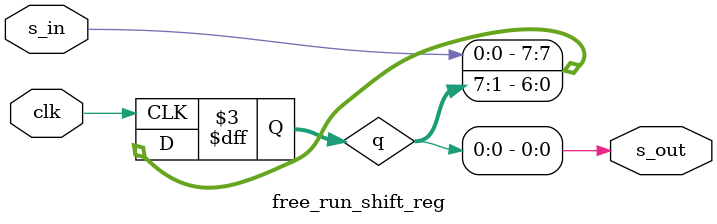
<source format=sv>
module free_run_shift_reg
	#(parameter N=8) (
	input logic clk, 
	input logic s_in,
	output logic s_out
);

// signal declaration
logic [N-1:0] q = 0; // initialize to 0
   
// register
always_ff @(posedge clk) q <= {s_in, q[N-1:1]};

// output logic
assign s_out = q[0];

endmodule

</source>
